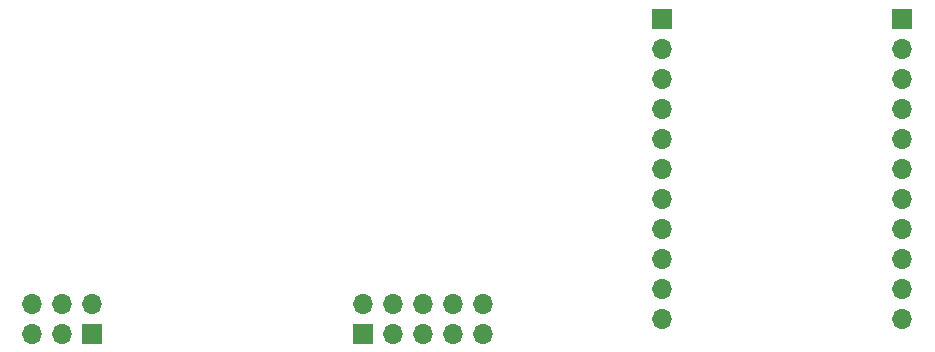
<source format=gbs>
G04 #@! TF.GenerationSoftware,KiCad,Pcbnew,6.0.2+dfsg-1*
G04 #@! TF.CreationDate,2023-09-16T20:59:25-06:00*
G04 #@! TF.ProjectId,ckt-dingdong-prog,636b742d-6469-46e6-9764-6f6e672d7072,rev?*
G04 #@! TF.SameCoordinates,Original*
G04 #@! TF.FileFunction,Soldermask,Bot*
G04 #@! TF.FilePolarity,Negative*
%FSLAX46Y46*%
G04 Gerber Fmt 4.6, Leading zero omitted, Abs format (unit mm)*
G04 Created by KiCad (PCBNEW 6.0.2+dfsg-1) date 2023-09-16 20:59:25*
%MOMM*%
%LPD*%
G01*
G04 APERTURE LIST*
%ADD10R,1.700000X1.700000*%
%ADD11O,1.700000X1.700000*%
G04 APERTURE END LIST*
D10*
X88905000Y-115575000D03*
D11*
X88905000Y-113035000D03*
X91445000Y-115575000D03*
X91445000Y-113035000D03*
X93985000Y-115575000D03*
X93985000Y-113035000D03*
X96525000Y-115575000D03*
X96525000Y-113035000D03*
X99065000Y-115575000D03*
X99065000Y-113035000D03*
D10*
X134620000Y-88900000D03*
D11*
X134620000Y-91440000D03*
X134620000Y-93980000D03*
X134620000Y-96520000D03*
X134620000Y-99060000D03*
X134620000Y-101600000D03*
X134620000Y-104140000D03*
X134620000Y-106680000D03*
X134620000Y-109220000D03*
X134620000Y-111760000D03*
X134620000Y-114300000D03*
D10*
X114300000Y-88900000D03*
D11*
X114300000Y-91440000D03*
X114300000Y-93980000D03*
X114300000Y-96520000D03*
X114300000Y-99060000D03*
X114300000Y-101600000D03*
X114300000Y-104140000D03*
X114300000Y-106680000D03*
X114300000Y-109220000D03*
X114300000Y-111760000D03*
X114300000Y-114300000D03*
D10*
X66025000Y-115575000D03*
D11*
X66025000Y-113035000D03*
X63485000Y-115575000D03*
X63485000Y-113035000D03*
X60945000Y-115575000D03*
X60945000Y-113035000D03*
M02*

</source>
